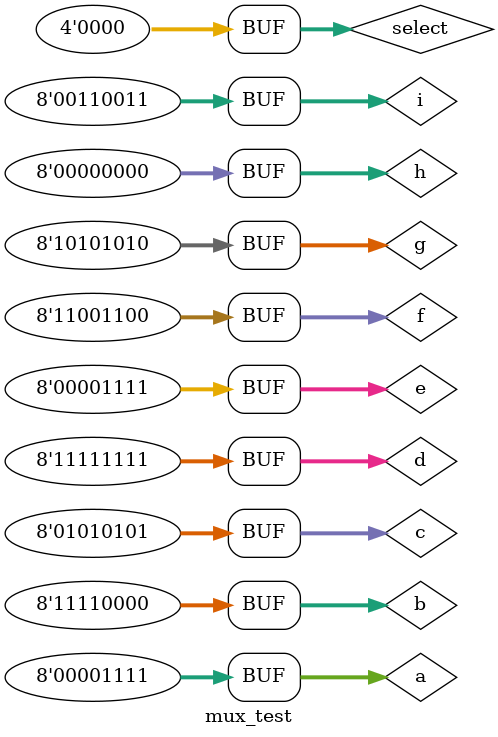
<source format=v>
`timescale 1ns / 1ps


module mux_test(

    );
    
    reg [7:0] a, b, c, d, e, f, g, h, i;
    reg [3:0] select;
    
    initial
    begin
        a = 8'b00001111;
        b = 8'b11110000;
        c = 8'b01010101;
        d = 8'b11111111;
        e = 8'b00001111;
        f = 8'b11001100;
        g = 8'b10101010;
        h = 8'b00000000;
        i = 8'b00110011;
        select = 4'b0000;
    end
    
    out_select_mux test_mux (.a(a), .b(b), .bp(c), .ap(d), .ab(e), .abp(f), .apb(g), .apbp(h), .abbp(i), .s(select), .batch_done(batch_done));
    
endmodule

</source>
